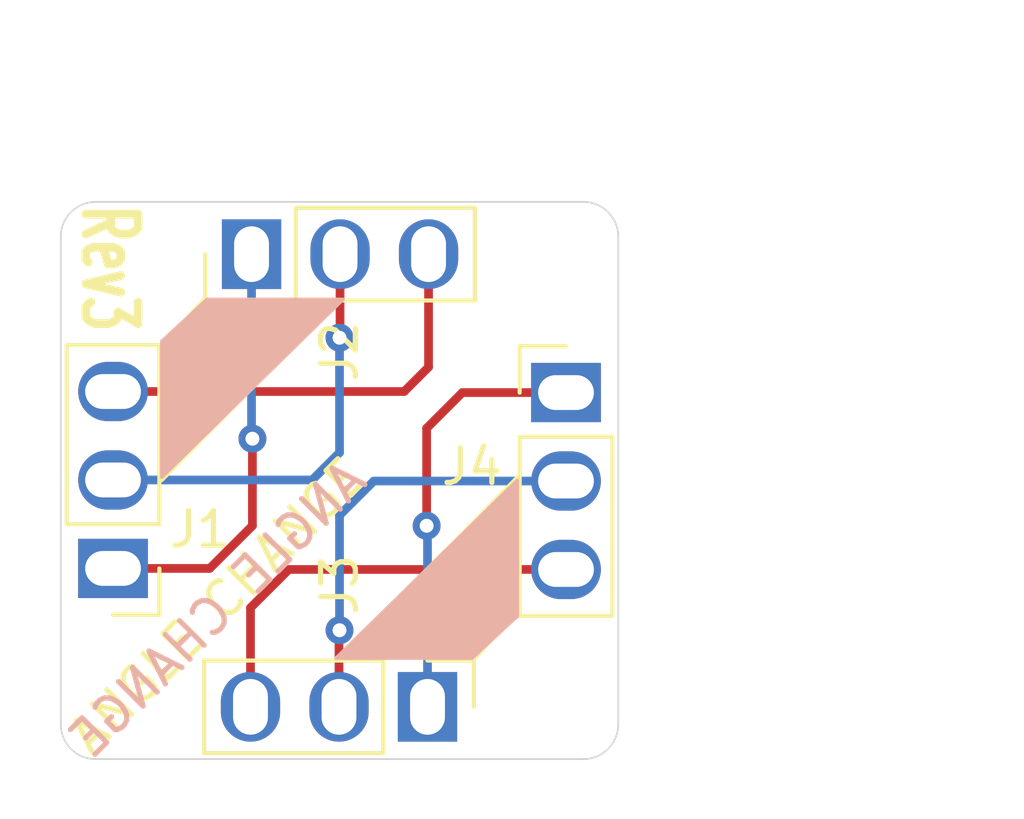
<source format=kicad_pcb>
(kicad_pcb (version 20171130) (host pcbnew "(5.1.6)-1")

  (general
    (thickness 1.6)
    (drawings 18)
    (tracks 30)
    (zones 0)
    (modules 4)
    (nets 7)
  )

  (page A4)
  (layers
    (0 F.Cu signal)
    (31 B.Cu signal)
    (32 B.Adhes user)
    (33 F.Adhes user)
    (34 B.Paste user)
    (35 F.Paste user)
    (36 B.SilkS user)
    (37 F.SilkS user)
    (38 B.Mask user)
    (39 F.Mask user)
    (40 Dwgs.User user)
    (41 Cmts.User user)
    (42 Eco1.User user)
    (43 Eco2.User user)
    (44 Edge.Cuts user)
    (45 Margin user)
    (46 B.CrtYd user)
    (47 F.CrtYd user)
    (48 B.Fab user)
    (49 F.Fab user)
  )

  (setup
    (last_trace_width 0.25)
    (trace_clearance 0.2)
    (zone_clearance 0.508)
    (zone_45_only no)
    (trace_min 0.2)
    (via_size 0.8)
    (via_drill 0.4)
    (via_min_size 0.4)
    (via_min_drill 0.3)
    (uvia_size 0.3)
    (uvia_drill 0.1)
    (uvias_allowed no)
    (uvia_min_size 0.2)
    (uvia_min_drill 0.1)
    (edge_width 0.05)
    (segment_width 0.2)
    (pcb_text_width 0.3)
    (pcb_text_size 1.5 1.5)
    (mod_edge_width 0.12)
    (mod_text_size 1 1)
    (mod_text_width 0.15)
    (pad_size 2 1.7)
    (pad_drill 1.6)
    (pad_to_mask_clearance 0.05)
    (aux_axis_origin 125 110)
    (grid_origin 125 110)
    (visible_elements 7FFFFFFF)
    (pcbplotparams
      (layerselection 0x010f0_ffffffff)
      (usegerberextensions true)
      (usegerberattributes true)
      (usegerberadvancedattributes true)
      (creategerberjobfile false)
      (excludeedgelayer true)
      (linewidth 0.100000)
      (plotframeref false)
      (viasonmask false)
      (mode 1)
      (useauxorigin false)
      (hpglpennumber 1)
      (hpglpenspeed 20)
      (hpglpendiameter 15.000000)
      (psnegative false)
      (psa4output false)
      (plotreference true)
      (plotvalue true)
      (plotinvisibletext false)
      (padsonsilk false)
      (subtractmaskfromsilk false)
      (outputformat 1)
      (mirror false)
      (drillshape 0)
      (scaleselection 1)
      (outputdirectory "gerber/"))
  )

  (net 0 "")
  (net 1 B)
  (net 2 R)
  (net 3 G)
  (net 4 V)
  (net 5 H)
  (net 6 GND)

  (net_class Default "This is the default net class."
    (clearance 0.2)
    (trace_width 0.25)
    (via_dia 0.8)
    (via_drill 0.4)
    (uvia_dia 0.3)
    (uvia_drill 0.1)
    (add_net B)
    (add_net G)
    (add_net GND)
    (add_net H)
    (add_net R)
    (add_net V)
  )

  (module Connector_PinHeader_2.54mm:PinHeader_1x03_P2.54mm_Vertical (layer F.Cu) (tedit 6284B52A) (tstamp 6284B762)
    (at 139.5 99.475)
    (descr "Through hole straight pin header, 1x03, 2.54mm pitch, single row")
    (tags "Through hole pin header THT 1x03 2.54mm single row")
    (path /6263D794)
    (fp_text reference J4 (at -2.7 2.125) (layer F.SilkS)
      (effects (font (size 1 1) (thickness 0.15)))
    )
    (fp_text value TO_VGA2 (at 0 7.41) (layer F.Fab)
      (effects (font (size 1 1) (thickness 0.15)))
    )
    (fp_text user %R (at 0 2.54 -270) (layer F.Fab)
      (effects (font (size 1 1) (thickness 0.15)))
    )
    (fp_line (start -0.635 -1.27) (end 1.27 -1.27) (layer F.Fab) (width 0.1))
    (fp_line (start 1.27 -1.27) (end 1.27 6.35) (layer F.Fab) (width 0.1))
    (fp_line (start 1.27 6.35) (end -1.27 6.35) (layer F.Fab) (width 0.1))
    (fp_line (start -1.27 6.35) (end -1.27 -0.635) (layer F.Fab) (width 0.1))
    (fp_line (start -1.27 -0.635) (end -0.635 -1.27) (layer F.Fab) (width 0.1))
    (fp_line (start -1.33 6.41) (end 1.33 6.41) (layer F.SilkS) (width 0.12))
    (fp_line (start -1.33 1.27) (end -1.33 6.41) (layer F.SilkS) (width 0.12))
    (fp_line (start 1.33 1.27) (end 1.33 6.41) (layer F.SilkS) (width 0.12))
    (fp_line (start -1.33 1.27) (end 1.33 1.27) (layer F.SilkS) (width 0.12))
    (fp_line (start -1.33 0) (end -1.33 -1.33) (layer F.SilkS) (width 0.12))
    (fp_line (start -1.33 -1.33) (end 0 -1.33) (layer F.SilkS) (width 0.12))
    (fp_line (start -1.8 -1.8) (end -1.8 6.85) (layer F.CrtYd) (width 0.05))
    (fp_line (start -1.8 6.85) (end 1.8 6.85) (layer F.CrtYd) (width 0.05))
    (fp_line (start 1.8 6.85) (end 1.8 -1.8) (layer F.CrtYd) (width 0.05))
    (fp_line (start 1.8 -1.8) (end -1.8 -1.8) (layer F.CrtYd) (width 0.05))
    (pad 1 thru_hole rect (at 0 0) (size 2 1.7) (drill oval 1.6 1) (layers *.Cu *.Mask)
      (net 5 H))
    (pad 2 thru_hole oval (at 0 2.54) (size 2 1.7) (drill oval 1.6 1) (layers *.Cu *.Mask)
      (net 4 V))
    (pad 3 thru_hole oval (at 0 5.08) (size 2 1.7) (drill oval 1.6 1) (layers *.Cu *.Mask)
      (net 6 GND))
    (model ${KISYS3DMOD}/Connector_PinHeader_2.54mm.3dshapes/PinHeader_1x03_P2.54mm_Vertical.wrl
      (at (xyz 0 0 0))
      (scale (xyz 1 1 1))
      (rotate (xyz 0 0 0))
    )
  )

  (module Connector_PinHeader_2.54mm:PinHeader_1x03_P2.54mm_Vertical (layer F.Cu) (tedit 6284B515) (tstamp 6284B74C)
    (at 126.5 104.525 180)
    (descr "Through hole straight pin header, 1x03, 2.54mm pitch, single row")
    (tags "Through hole pin header THT 1x03 2.54mm single row")
    (path /6263C9B5)
    (fp_text reference J1 (at -2.5 1.125) (layer F.SilkS)
      (effects (font (size 1 1) (thickness 0.15)))
    )
    (fp_text value TO_VGA1 (at 0 7.41) (layer F.Fab)
      (effects (font (size 1 1) (thickness 0.15)))
    )
    (fp_text user %R (at 0 2.54 90) (layer F.Fab)
      (effects (font (size 1 1) (thickness 0.15)))
    )
    (fp_line (start -0.635 -1.27) (end 1.27 -1.27) (layer F.Fab) (width 0.1))
    (fp_line (start 1.27 -1.27) (end 1.27 6.35) (layer F.Fab) (width 0.1))
    (fp_line (start 1.27 6.35) (end -1.27 6.35) (layer F.Fab) (width 0.1))
    (fp_line (start -1.27 6.35) (end -1.27 -0.635) (layer F.Fab) (width 0.1))
    (fp_line (start -1.27 -0.635) (end -0.635 -1.27) (layer F.Fab) (width 0.1))
    (fp_line (start -1.33 6.41) (end 1.33 6.41) (layer F.SilkS) (width 0.12))
    (fp_line (start -1.33 1.27) (end -1.33 6.41) (layer F.SilkS) (width 0.12))
    (fp_line (start 1.33 1.27) (end 1.33 6.41) (layer F.SilkS) (width 0.12))
    (fp_line (start -1.33 1.27) (end 1.33 1.27) (layer F.SilkS) (width 0.12))
    (fp_line (start -1.33 0) (end -1.33 -1.33) (layer F.SilkS) (width 0.12))
    (fp_line (start -1.33 -1.33) (end 0 -1.33) (layer F.SilkS) (width 0.12))
    (fp_line (start -1.8 -1.8) (end -1.8 6.85) (layer F.CrtYd) (width 0.05))
    (fp_line (start -1.8 6.85) (end 1.8 6.85) (layer F.CrtYd) (width 0.05))
    (fp_line (start 1.8 6.85) (end 1.8 -1.8) (layer F.CrtYd) (width 0.05))
    (fp_line (start 1.8 -1.8) (end -1.8 -1.8) (layer F.CrtYd) (width 0.05))
    (pad 1 thru_hole rect (at 0 0 180) (size 2 1.7) (drill oval 1.6 1) (layers *.Cu *.Mask)
      (net 2 R))
    (pad 2 thru_hole oval (at 0 2.54 180) (size 2 1.7) (drill oval 1.6 1) (layers *.Cu *.Mask)
      (net 3 G))
    (pad 3 thru_hole oval (at 0 5.08 180) (size 2 1.7) (drill oval 1.6 1) (layers *.Cu *.Mask)
      (net 1 B))
    (model ${KISYS3DMOD}/Connector_PinHeader_2.54mm.3dshapes/PinHeader_1x03_P2.54mm_Vertical.wrl
      (at (xyz 0 0 0))
      (scale (xyz 1 1 1))
      (rotate (xyz 0 0 0))
    )
  )

  (module Connector_PinHeader_2.54mm:PinHeader_1x03_P2.54mm_Vertical (layer F.Cu) (tedit 6284B52A) (tstamp 62631DE2)
    (at 135.525 108.5 270)
    (descr "Through hole straight pin header, 1x03, 2.54mm pitch, single row")
    (tags "Through hole pin header THT 1x03 2.54mm single row")
    (path /6263D794)
    (fp_text reference J3 (at -3.5 2.525 90) (layer F.SilkS)
      (effects (font (size 1 1) (thickness 0.15)))
    )
    (fp_text value TO_VGA2 (at 0 7.41 90) (layer F.Fab)
      (effects (font (size 1 1) (thickness 0.15)))
    )
    (fp_line (start 1.8 -1.8) (end -1.8 -1.8) (layer F.CrtYd) (width 0.05))
    (fp_line (start 1.8 6.85) (end 1.8 -1.8) (layer F.CrtYd) (width 0.05))
    (fp_line (start -1.8 6.85) (end 1.8 6.85) (layer F.CrtYd) (width 0.05))
    (fp_line (start -1.8 -1.8) (end -1.8 6.85) (layer F.CrtYd) (width 0.05))
    (fp_line (start -1.33 -1.33) (end 0 -1.33) (layer F.SilkS) (width 0.12))
    (fp_line (start -1.33 0) (end -1.33 -1.33) (layer F.SilkS) (width 0.12))
    (fp_line (start -1.33 1.27) (end 1.33 1.27) (layer F.SilkS) (width 0.12))
    (fp_line (start 1.33 1.27) (end 1.33 6.41) (layer F.SilkS) (width 0.12))
    (fp_line (start -1.33 1.27) (end -1.33 6.41) (layer F.SilkS) (width 0.12))
    (fp_line (start -1.33 6.41) (end 1.33 6.41) (layer F.SilkS) (width 0.12))
    (fp_line (start -1.27 -0.635) (end -0.635 -1.27) (layer F.Fab) (width 0.1))
    (fp_line (start -1.27 6.35) (end -1.27 -0.635) (layer F.Fab) (width 0.1))
    (fp_line (start 1.27 6.35) (end -1.27 6.35) (layer F.Fab) (width 0.1))
    (fp_line (start 1.27 -1.27) (end 1.27 6.35) (layer F.Fab) (width 0.1))
    (fp_line (start -0.635 -1.27) (end 1.27 -1.27) (layer F.Fab) (width 0.1))
    (fp_text user %R (at 0 2.54) (layer F.Fab)
      (effects (font (size 1 1) (thickness 0.15)))
    )
    (pad 3 thru_hole oval (at 0 5.08 270) (size 2 1.7) (drill oval 1.6 1) (layers *.Cu *.Mask)
      (net 6 GND))
    (pad 2 thru_hole oval (at 0 2.54 270) (size 2 1.7) (drill oval 1.6 1) (layers *.Cu *.Mask)
      (net 4 V))
    (pad 1 thru_hole rect (at 0 0 270) (size 2 1.7) (drill oval 1.6 1) (layers *.Cu *.Mask)
      (net 5 H))
    (model ${KISYS3DMOD}/Connector_PinHeader_2.54mm.3dshapes/PinHeader_1x03_P2.54mm_Vertical.wrl
      (at (xyz 0 0 0))
      (scale (xyz 1 1 1))
      (rotate (xyz 0 0 0))
    )
  )

  (module Connector_PinHeader_2.54mm:PinHeader_1x03_P2.54mm_Vertical (layer F.Cu) (tedit 6284B515) (tstamp 62631DCB)
    (at 130.475 95.5 90)
    (descr "Through hole straight pin header, 1x03, 2.54mm pitch, single row")
    (tags "Through hole pin header THT 1x03 2.54mm single row")
    (path /6263C9B5)
    (fp_text reference J2 (at -2.8 2.525 90) (layer F.SilkS)
      (effects (font (size 1 1) (thickness 0.15)))
    )
    (fp_text value TO_VGA1 (at 0 7.41 90) (layer F.Fab)
      (effects (font (size 1 1) (thickness 0.15)))
    )
    (fp_line (start 1.8 -1.8) (end -1.8 -1.8) (layer F.CrtYd) (width 0.05))
    (fp_line (start 1.8 6.85) (end 1.8 -1.8) (layer F.CrtYd) (width 0.05))
    (fp_line (start -1.8 6.85) (end 1.8 6.85) (layer F.CrtYd) (width 0.05))
    (fp_line (start -1.8 -1.8) (end -1.8 6.85) (layer F.CrtYd) (width 0.05))
    (fp_line (start -1.33 -1.33) (end 0 -1.33) (layer F.SilkS) (width 0.12))
    (fp_line (start -1.33 0) (end -1.33 -1.33) (layer F.SilkS) (width 0.12))
    (fp_line (start -1.33 1.27) (end 1.33 1.27) (layer F.SilkS) (width 0.12))
    (fp_line (start 1.33 1.27) (end 1.33 6.41) (layer F.SilkS) (width 0.12))
    (fp_line (start -1.33 1.27) (end -1.33 6.41) (layer F.SilkS) (width 0.12))
    (fp_line (start -1.33 6.41) (end 1.33 6.41) (layer F.SilkS) (width 0.12))
    (fp_line (start -1.27 -0.635) (end -0.635 -1.27) (layer F.Fab) (width 0.1))
    (fp_line (start -1.27 6.35) (end -1.27 -0.635) (layer F.Fab) (width 0.1))
    (fp_line (start 1.27 6.35) (end -1.27 6.35) (layer F.Fab) (width 0.1))
    (fp_line (start 1.27 -1.27) (end 1.27 6.35) (layer F.Fab) (width 0.1))
    (fp_line (start -0.635 -1.27) (end 1.27 -1.27) (layer F.Fab) (width 0.1))
    (fp_text user %R (at 0 2.54) (layer F.Fab)
      (effects (font (size 1 1) (thickness 0.15)))
    )
    (pad 3 thru_hole oval (at 0 5.08 90) (size 2 1.7) (drill oval 1.6 1) (layers *.Cu *.Mask)
      (net 1 B))
    (pad 2 thru_hole oval (at 0 2.54 90) (size 2 1.7) (drill oval 1.6 1) (layers *.Cu *.Mask)
      (net 3 G))
    (pad 1 thru_hole rect (at 0 0 90) (size 2 1.7) (drill oval 1.6 1) (layers *.Cu *.Mask)
      (net 2 R))
    (model ${KISYS3DMOD}/Connector_PinHeader_2.54mm.3dshapes/PinHeader_1x03_P2.54mm_Vertical.wrl
      (at (xyz 0 0 0))
      (scale (xyz 1 1 1))
      (rotate (xyz 0 0 0))
    )
  )

  (gr_text "ANGLE CHANGE" (at 129.5 105.7 45) (layer B.SilkS) (tstamp 6284B99B)
    (effects (font (size 1 1) (thickness 0.15)) (justify mirror))
  )
  (gr_poly (pts (xy 133.1 96.8) (xy 129.2 96.8) (xy 127.9 98) (xy 127.9 101.9)) (layer B.SilkS) (width 0.1) (tstamp 6284B932))
  (gr_poly (pts (xy 132.9 107.1) (xy 136.8 107.1) (xy 138.1 105.9) (xy 138.1 102)) (layer B.SilkS) (width 0.1) (tstamp 6284B92C))
  (gr_poly (pts (xy 138.1 101.9) (xy 138.1 105.8) (xy 136.9 107.1) (xy 133 107.1)) (layer F.SilkS) (width 0.1) (tstamp 6284B928))
  (gr_poly (pts (xy 127.9 102) (xy 127.9 98.1) (xy 129.1 96.8) (xy 133 96.8)) (layer F.SilkS) (width 0.1))
  (gr_text Rev3 (at 126.4 95.9 270) (layer F.SilkS) (tstamp 6275225C)
    (effects (font (size 1.5 1) (thickness 0.25)))
  )
  (gr_arc (start 126 109) (end 125 109) (angle -90) (layer Edge.Cuts) (width 0.05))
  (gr_arc (start 126 95) (end 126 94) (angle -90) (layer Edge.Cuts) (width 0.05))
  (gr_arc (start 140 95) (end 141 95) (angle -90) (layer Edge.Cuts) (width 0.05))
  (gr_arc (start 140 109) (end 140 110) (angle -90) (layer Edge.Cuts) (width 0.05))
  (gr_line (start 126 94) (end 140 94) (layer Edge.Cuts) (width 0.05) (tstamp 626487CA))
  (gr_line (start 125 109) (end 125 95) (layer Edge.Cuts) (width 0.05))
  (gr_line (start 140 110) (end 126 110) (layer Edge.Cuts) (width 0.05))
  (gr_line (start 141 95) (end 141 109) (layer Edge.Cuts) (width 0.05))
  (dimension 8 (width 0.15) (layer Dwgs.User)
    (gr_text "8.000 mm" (at 151.3 106 90) (layer Dwgs.User)
      (effects (font (size 1 1) (thickness 0.15)))
    )
    (feature1 (pts (xy 141 102) (xy 150.586421 102)))
    (feature2 (pts (xy 141 110) (xy 150.586421 110)))
    (crossbar (pts (xy 150 110) (xy 150 102)))
    (arrow1a (pts (xy 150 102) (xy 150.586421 103.126504)))
    (arrow1b (pts (xy 150 102) (xy 149.413579 103.126504)))
    (arrow2a (pts (xy 150 110) (xy 150.586421 108.873496)))
    (arrow2b (pts (xy 150 110) (xy 149.413579 108.873496)))
  )
  (dimension 16 (width 0.15) (layer Dwgs.User)
    (gr_text "16.000 mm" (at 133 88.9) (layer Dwgs.User)
      (effects (font (size 1 1) (thickness 0.15)))
    )
    (feature1 (pts (xy 125 94) (xy 125 89.613579)))
    (feature2 (pts (xy 141 94) (xy 141 89.613579)))
    (crossbar (pts (xy 141 90.2) (xy 125 90.2)))
    (arrow1a (pts (xy 125 90.2) (xy 126.126504 89.613579)))
    (arrow1b (pts (xy 125 90.2) (xy 126.126504 90.786421)))
    (arrow2a (pts (xy 141 90.2) (xy 139.873496 89.613579)))
    (arrow2b (pts (xy 141 90.2) (xy 139.873496 90.786421)))
  )
  (dimension 16 (width 0.15) (layer Dwgs.User)
    (gr_text "16.000 mm" (at 145.9 102 270) (layer Dwgs.User)
      (effects (font (size 1 1) (thickness 0.15)))
    )
    (feature1 (pts (xy 141 110) (xy 145.186421 110)))
    (feature2 (pts (xy 141 94) (xy 145.186421 94)))
    (crossbar (pts (xy 144.6 94) (xy 144.6 110)))
    (arrow1a (pts (xy 144.6 110) (xy 144.013579 108.873496)))
    (arrow1b (pts (xy 144.6 110) (xy 145.186421 108.873496)))
    (arrow2a (pts (xy 144.6 94) (xy 144.013579 95.126504)))
    (arrow2b (pts (xy 144.6 94) (xy 145.186421 95.126504)))
  )
  (gr_text "ANGLE CHANGE" (at 129.5 105.6 45) (layer F.SilkS)
    (effects (font (size 1 1) (thickness 0.15)))
  )

  (segment (start 126.5 99.445) (end 134.855 99.445) (width 0.25) (layer F.Cu) (net 1))
  (segment (start 135.555 98.745) (end 135.555 95.5) (width 0.25) (layer F.Cu) (net 1))
  (segment (start 134.855 99.445) (end 135.555 98.745) (width 0.25) (layer F.Cu) (net 1))
  (via (at 130.5 100.8) (size 0.8) (drill 0.4) (layers F.Cu B.Cu) (net 2))
  (segment (start 130.475 95.5) (end 130.475 100.775) (width 0.25) (layer B.Cu) (net 2))
  (segment (start 130.475 100.775) (end 130.5 100.8) (width 0.25) (layer B.Cu) (net 2))
  (segment (start 130.5 100.8) (end 130.5 103.3) (width 0.25) (layer F.Cu) (net 2))
  (segment (start 129.275 104.525) (end 126.5 104.525) (width 0.25) (layer F.Cu) (net 2))
  (segment (start 130.5 103.3) (end 129.275 104.525) (width 0.25) (layer F.Cu) (net 2))
  (via (at 133 97.9) (size 0.8) (drill 0.4) (layers F.Cu B.Cu) (net 3))
  (segment (start 133.015 95.5) (end 133.015 97.885) (width 0.25) (layer F.Cu) (net 3))
  (segment (start 133.015 97.885) (end 133 97.9) (width 0.25) (layer F.Cu) (net 3))
  (segment (start 133 97.9) (end 133 101.2) (width 0.25) (layer B.Cu) (net 3))
  (segment (start 132.215 101.985) (end 126.5 101.985) (width 0.25) (layer B.Cu) (net 3))
  (segment (start 133 101.2) (end 132.215 101.985) (width 0.25) (layer B.Cu) (net 3))
  (via (at 133 106.3) (size 0.8) (drill 0.4) (layers F.Cu B.Cu) (net 4))
  (segment (start 132.985 108.5) (end 132.985 106.315) (width 0.25) (layer F.Cu) (net 4))
  (segment (start 132.985 106.315) (end 133 106.3) (width 0.25) (layer F.Cu) (net 4))
  (segment (start 133 106.3) (end 133 103) (width 0.25) (layer B.Cu) (net 4))
  (segment (start 133.985 102.015) (end 139.5 102.015) (width 0.25) (layer B.Cu) (net 4))
  (segment (start 133 103) (end 133.985 102.015) (width 0.25) (layer B.Cu) (net 4))
  (segment (start 135.525 108.5) (end 135.525 103.325) (width 0.25) (layer B.Cu) (net 5))
  (via (at 135.5 103.3) (size 0.8) (drill 0.4) (layers F.Cu B.Cu) (net 5))
  (segment (start 135.525 103.325) (end 135.5 103.3) (width 0.25) (layer B.Cu) (net 5))
  (segment (start 135.5 103.3) (end 135.5 100.5) (width 0.25) (layer F.Cu) (net 5))
  (segment (start 136.525 99.475) (end 139.5 99.475) (width 0.25) (layer F.Cu) (net 5))
  (segment (start 135.5 100.5) (end 136.525 99.475) (width 0.25) (layer F.Cu) (net 5))
  (segment (start 139.5 104.555) (end 131.545 104.555) (width 0.25) (layer F.Cu) (net 6))
  (segment (start 130.445 105.655) (end 130.445 108.5) (width 0.25) (layer F.Cu) (net 6))
  (segment (start 131.545 104.555) (end 130.445 105.655) (width 0.25) (layer F.Cu) (net 6))

)

</source>
